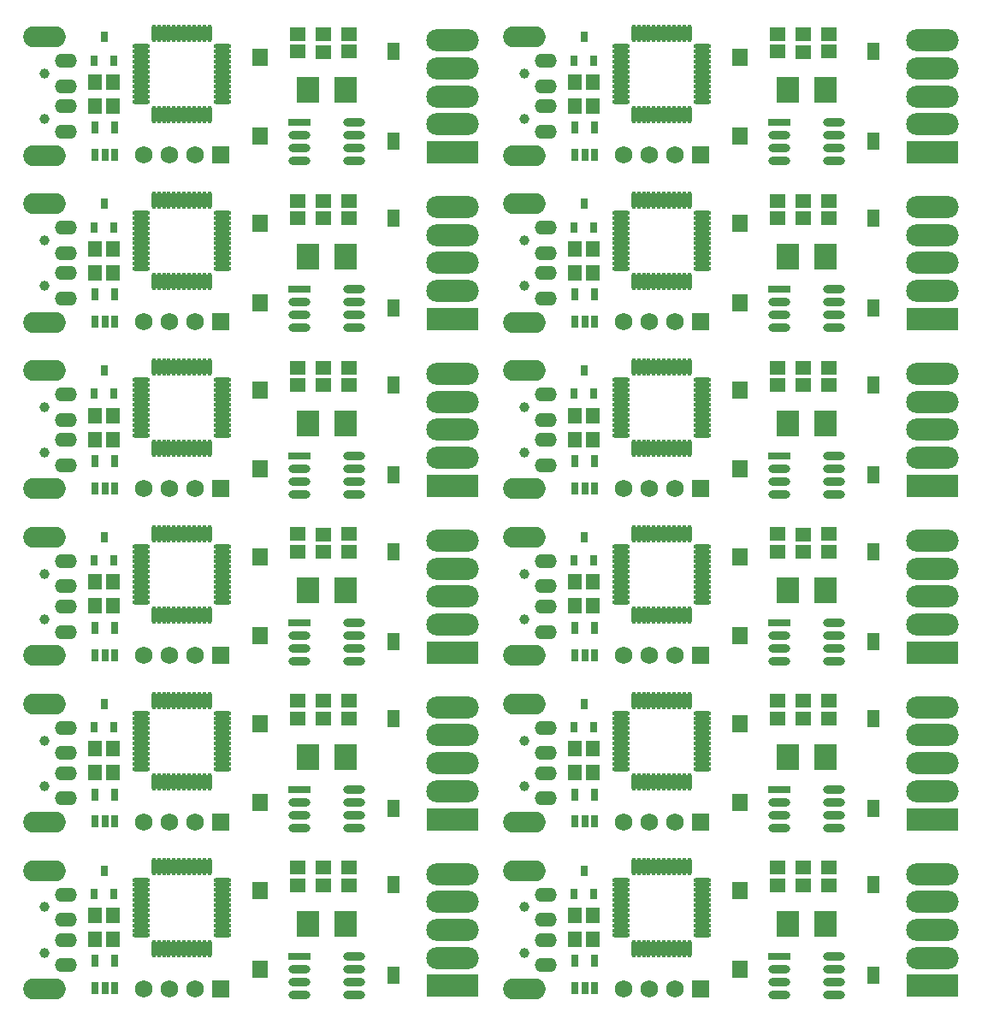
<source format=gts>
G04 Layer_Color=8388736*
%FSLAX25Y25*%
%MOIN*%
G70*
G01*
G75*
%ADD32O,0.20485X0.08674*%
%ADD33R,0.20485X0.08674*%
%ADD34R,0.08674X0.03162*%
%ADD35O,0.08674X0.03162*%
%ADD36R,0.08674X0.10249*%
%ADD37O,0.06902X0.01784*%
%ADD38O,0.01784X0.06902*%
%ADD39R,0.02768X0.04737*%
%ADD40R,0.05131X0.06706*%
%ADD41R,0.06312X0.06706*%
%ADD42R,0.03162X0.04343*%
%ADD43R,0.05328X0.06115*%
%ADD44R,0.06115X0.05328*%
%ADD45C,0.06800*%
%ADD46R,0.06800X0.06800*%
%ADD47O,0.08674X0.05524*%
%ADD48O,0.08674X0.05524*%
%ADD49O,0.16548X0.08280*%
%ADD50C,0.03950*%
D32*
X171535Y53307D02*
D03*
Y20591D02*
D03*
Y31496D02*
D03*
Y42402D02*
D03*
X358543Y53307D02*
D03*
Y20591D02*
D03*
Y31496D02*
D03*
Y42402D02*
D03*
X171535Y118268D02*
D03*
Y85551D02*
D03*
Y96457D02*
D03*
Y107362D02*
D03*
X358543Y118268D02*
D03*
Y85551D02*
D03*
Y96457D02*
D03*
Y107362D02*
D03*
X171535Y183228D02*
D03*
Y150512D02*
D03*
Y161417D02*
D03*
Y172323D02*
D03*
X358543Y183228D02*
D03*
Y150512D02*
D03*
Y161417D02*
D03*
Y172323D02*
D03*
X171535Y248189D02*
D03*
Y215472D02*
D03*
Y226378D02*
D03*
Y237283D02*
D03*
X358543Y248189D02*
D03*
Y215472D02*
D03*
Y226378D02*
D03*
Y237283D02*
D03*
X171535Y313150D02*
D03*
Y280433D02*
D03*
Y291339D02*
D03*
Y302244D02*
D03*
X358543Y313150D02*
D03*
Y280433D02*
D03*
Y291339D02*
D03*
Y302244D02*
D03*
X171535Y378110D02*
D03*
Y345394D02*
D03*
Y356299D02*
D03*
Y367205D02*
D03*
X358543Y378110D02*
D03*
Y345394D02*
D03*
Y356299D02*
D03*
Y367205D02*
D03*
D33*
X171535Y9685D02*
D03*
X358543D02*
D03*
X171535Y74646D02*
D03*
X358543D02*
D03*
X171535Y139606D02*
D03*
X358543D02*
D03*
X171535Y204567D02*
D03*
X358543D02*
D03*
X171535Y269528D02*
D03*
X358543D02*
D03*
X171535Y334488D02*
D03*
X358543D02*
D03*
D34*
X112008Y21220D02*
D03*
X299016D02*
D03*
X112008Y86181D02*
D03*
X299016D02*
D03*
X112008Y151142D02*
D03*
X299016D02*
D03*
X112008Y216102D02*
D03*
X299016D02*
D03*
X112008Y281063D02*
D03*
X299016D02*
D03*
X112008Y346024D02*
D03*
X299016D02*
D03*
D35*
X112008Y6221D02*
D03*
Y16220D02*
D03*
Y11220D02*
D03*
X133268Y16220D02*
D03*
Y6221D02*
D03*
Y21220D02*
D03*
Y11220D02*
D03*
X299016Y6221D02*
D03*
Y16220D02*
D03*
Y11220D02*
D03*
X320276Y16220D02*
D03*
Y6221D02*
D03*
Y21220D02*
D03*
Y11220D02*
D03*
X112008Y71181D02*
D03*
Y81181D02*
D03*
Y76181D02*
D03*
X133268Y81181D02*
D03*
Y71181D02*
D03*
Y86181D02*
D03*
Y76181D02*
D03*
X299016Y71181D02*
D03*
Y81181D02*
D03*
Y76181D02*
D03*
X320276Y81181D02*
D03*
Y71181D02*
D03*
Y86181D02*
D03*
Y76181D02*
D03*
X112008Y136142D02*
D03*
Y146142D02*
D03*
Y141142D02*
D03*
X133268Y146142D02*
D03*
Y136142D02*
D03*
Y151142D02*
D03*
Y141142D02*
D03*
X299016Y136142D02*
D03*
Y146142D02*
D03*
Y141142D02*
D03*
X320276Y146142D02*
D03*
Y136142D02*
D03*
Y151142D02*
D03*
Y141142D02*
D03*
X112008Y201102D02*
D03*
Y211102D02*
D03*
Y206102D02*
D03*
X133268Y211102D02*
D03*
Y201102D02*
D03*
Y216102D02*
D03*
Y206102D02*
D03*
X299016Y201102D02*
D03*
Y211102D02*
D03*
Y206102D02*
D03*
X320276Y211102D02*
D03*
Y201102D02*
D03*
Y216102D02*
D03*
Y206102D02*
D03*
X112008Y266063D02*
D03*
Y276063D02*
D03*
Y271063D02*
D03*
X133268Y276063D02*
D03*
Y266063D02*
D03*
Y281063D02*
D03*
Y271063D02*
D03*
X299016Y266063D02*
D03*
Y276063D02*
D03*
Y271063D02*
D03*
X320276Y276063D02*
D03*
Y266063D02*
D03*
Y281063D02*
D03*
Y271063D02*
D03*
X112008Y331024D02*
D03*
Y341024D02*
D03*
Y336024D02*
D03*
X133268Y341024D02*
D03*
Y331024D02*
D03*
Y346024D02*
D03*
Y336024D02*
D03*
X299016Y331024D02*
D03*
Y341024D02*
D03*
Y336024D02*
D03*
X320276Y341024D02*
D03*
Y331024D02*
D03*
Y346024D02*
D03*
Y336024D02*
D03*
D36*
X115354Y33898D02*
D03*
X129921D02*
D03*
X302362D02*
D03*
X316929D02*
D03*
X115354Y98858D02*
D03*
X129921D02*
D03*
X302362D02*
D03*
X316929D02*
D03*
X115354Y163819D02*
D03*
X129921D02*
D03*
X302362D02*
D03*
X316929D02*
D03*
X115354Y228780D02*
D03*
X129921D02*
D03*
X302362D02*
D03*
X316929D02*
D03*
X115354Y293740D02*
D03*
X129921D02*
D03*
X302362D02*
D03*
X316929D02*
D03*
X115354Y358701D02*
D03*
X129921D02*
D03*
X302362D02*
D03*
X316929D02*
D03*
D37*
X81791Y29331D02*
D03*
Y31299D02*
D03*
Y33268D02*
D03*
Y35236D02*
D03*
Y37205D02*
D03*
Y39173D02*
D03*
Y41142D02*
D03*
Y43110D02*
D03*
Y45079D02*
D03*
Y47047D02*
D03*
Y49016D02*
D03*
Y50984D02*
D03*
X50098D02*
D03*
Y49016D02*
D03*
Y47047D02*
D03*
Y45079D02*
D03*
Y43110D02*
D03*
Y41142D02*
D03*
Y39173D02*
D03*
Y37205D02*
D03*
Y35236D02*
D03*
Y33268D02*
D03*
Y31299D02*
D03*
Y29331D02*
D03*
X268799D02*
D03*
Y31299D02*
D03*
Y33268D02*
D03*
Y35236D02*
D03*
Y37205D02*
D03*
Y39173D02*
D03*
Y41142D02*
D03*
Y43110D02*
D03*
Y45079D02*
D03*
Y47047D02*
D03*
Y49016D02*
D03*
Y50984D02*
D03*
X237106D02*
D03*
Y49016D02*
D03*
Y47047D02*
D03*
Y45079D02*
D03*
Y43110D02*
D03*
Y41142D02*
D03*
Y39173D02*
D03*
Y37205D02*
D03*
Y35236D02*
D03*
Y33268D02*
D03*
Y31299D02*
D03*
Y29331D02*
D03*
X81791Y94291D02*
D03*
Y96260D02*
D03*
Y98228D02*
D03*
Y100197D02*
D03*
Y102165D02*
D03*
Y104134D02*
D03*
Y106102D02*
D03*
Y108071D02*
D03*
Y110039D02*
D03*
Y112008D02*
D03*
Y113976D02*
D03*
Y115945D02*
D03*
X50098D02*
D03*
Y113976D02*
D03*
Y112008D02*
D03*
Y110039D02*
D03*
Y108071D02*
D03*
Y106102D02*
D03*
Y104134D02*
D03*
Y102165D02*
D03*
Y100197D02*
D03*
Y98228D02*
D03*
Y96260D02*
D03*
Y94291D02*
D03*
X268799D02*
D03*
Y96260D02*
D03*
Y98228D02*
D03*
Y100197D02*
D03*
Y102165D02*
D03*
Y104134D02*
D03*
Y106102D02*
D03*
Y108071D02*
D03*
Y110039D02*
D03*
Y112008D02*
D03*
Y113976D02*
D03*
Y115945D02*
D03*
X237106D02*
D03*
Y113976D02*
D03*
Y112008D02*
D03*
Y110039D02*
D03*
Y108071D02*
D03*
Y106102D02*
D03*
Y104134D02*
D03*
Y102165D02*
D03*
Y100197D02*
D03*
Y98228D02*
D03*
Y96260D02*
D03*
Y94291D02*
D03*
X81791Y159252D02*
D03*
Y161221D02*
D03*
Y163189D02*
D03*
Y165157D02*
D03*
Y167126D02*
D03*
Y169095D02*
D03*
Y171063D02*
D03*
Y173031D02*
D03*
Y175000D02*
D03*
Y176969D02*
D03*
Y178937D02*
D03*
Y180905D02*
D03*
X50098D02*
D03*
Y178937D02*
D03*
Y176969D02*
D03*
Y175000D02*
D03*
Y173031D02*
D03*
Y171063D02*
D03*
Y169095D02*
D03*
Y167126D02*
D03*
Y165157D02*
D03*
Y163189D02*
D03*
Y161221D02*
D03*
Y159252D02*
D03*
X268799D02*
D03*
Y161221D02*
D03*
Y163189D02*
D03*
Y165157D02*
D03*
Y167126D02*
D03*
Y169095D02*
D03*
Y171063D02*
D03*
Y173031D02*
D03*
Y175000D02*
D03*
Y176969D02*
D03*
Y178937D02*
D03*
Y180905D02*
D03*
X237106D02*
D03*
Y178937D02*
D03*
Y176969D02*
D03*
Y175000D02*
D03*
Y173031D02*
D03*
Y171063D02*
D03*
Y169095D02*
D03*
Y167126D02*
D03*
Y165157D02*
D03*
Y163189D02*
D03*
Y161221D02*
D03*
Y159252D02*
D03*
X81791Y224213D02*
D03*
Y226181D02*
D03*
Y228150D02*
D03*
Y230118D02*
D03*
Y232087D02*
D03*
Y234055D02*
D03*
Y236024D02*
D03*
Y237992D02*
D03*
Y239961D02*
D03*
Y241929D02*
D03*
Y243898D02*
D03*
Y245866D02*
D03*
X50098D02*
D03*
Y243898D02*
D03*
Y241929D02*
D03*
Y239961D02*
D03*
Y237992D02*
D03*
Y236024D02*
D03*
Y234055D02*
D03*
Y232087D02*
D03*
Y230118D02*
D03*
Y228150D02*
D03*
Y226181D02*
D03*
Y224213D02*
D03*
X268799D02*
D03*
Y226181D02*
D03*
Y228150D02*
D03*
Y230118D02*
D03*
Y232087D02*
D03*
Y234055D02*
D03*
Y236024D02*
D03*
Y237992D02*
D03*
Y239961D02*
D03*
Y241929D02*
D03*
Y243898D02*
D03*
Y245866D02*
D03*
X237106D02*
D03*
Y243898D02*
D03*
Y241929D02*
D03*
Y239961D02*
D03*
Y237992D02*
D03*
Y236024D02*
D03*
Y234055D02*
D03*
Y232087D02*
D03*
Y230118D02*
D03*
Y228150D02*
D03*
Y226181D02*
D03*
Y224213D02*
D03*
X81791Y289173D02*
D03*
Y291142D02*
D03*
Y293110D02*
D03*
Y295079D02*
D03*
Y297047D02*
D03*
Y299016D02*
D03*
Y300984D02*
D03*
Y302953D02*
D03*
Y304921D02*
D03*
Y306890D02*
D03*
Y308858D02*
D03*
Y310827D02*
D03*
X50098D02*
D03*
Y308858D02*
D03*
Y306890D02*
D03*
Y304921D02*
D03*
Y302953D02*
D03*
Y300984D02*
D03*
Y299016D02*
D03*
Y297047D02*
D03*
Y295079D02*
D03*
Y293110D02*
D03*
Y291142D02*
D03*
Y289173D02*
D03*
X268799D02*
D03*
Y291142D02*
D03*
Y293110D02*
D03*
Y295079D02*
D03*
Y297047D02*
D03*
Y299016D02*
D03*
Y300984D02*
D03*
Y302953D02*
D03*
Y304921D02*
D03*
Y306890D02*
D03*
Y308858D02*
D03*
Y310827D02*
D03*
X237106D02*
D03*
Y308858D02*
D03*
Y306890D02*
D03*
Y304921D02*
D03*
Y302953D02*
D03*
Y300984D02*
D03*
Y299016D02*
D03*
Y297047D02*
D03*
Y295079D02*
D03*
Y293110D02*
D03*
Y291142D02*
D03*
Y289173D02*
D03*
X81791Y354134D02*
D03*
Y356102D02*
D03*
Y358071D02*
D03*
Y360039D02*
D03*
Y362008D02*
D03*
Y363976D02*
D03*
Y365945D02*
D03*
Y367913D02*
D03*
Y369882D02*
D03*
Y371850D02*
D03*
Y373819D02*
D03*
Y375787D02*
D03*
X50098D02*
D03*
Y373819D02*
D03*
Y371850D02*
D03*
Y369882D02*
D03*
Y367913D02*
D03*
Y365945D02*
D03*
Y363976D02*
D03*
Y362008D02*
D03*
Y360039D02*
D03*
Y358071D02*
D03*
Y356102D02*
D03*
Y354134D02*
D03*
X268799D02*
D03*
Y356102D02*
D03*
Y358071D02*
D03*
Y360039D02*
D03*
Y362008D02*
D03*
Y363976D02*
D03*
Y365945D02*
D03*
Y367913D02*
D03*
Y369882D02*
D03*
Y371850D02*
D03*
Y373819D02*
D03*
Y375787D02*
D03*
X237106D02*
D03*
Y373819D02*
D03*
Y371850D02*
D03*
Y369882D02*
D03*
Y367913D02*
D03*
Y365945D02*
D03*
Y363976D02*
D03*
Y362008D02*
D03*
Y360039D02*
D03*
Y358071D02*
D03*
Y356102D02*
D03*
Y354134D02*
D03*
D38*
X76772Y56004D02*
D03*
X74803D02*
D03*
X72835D02*
D03*
X70866D02*
D03*
X68898D02*
D03*
X66929D02*
D03*
X64961D02*
D03*
X62992D02*
D03*
X61024D02*
D03*
X59055D02*
D03*
X57087D02*
D03*
X55118D02*
D03*
Y24311D02*
D03*
X57087D02*
D03*
X59055D02*
D03*
X61024D02*
D03*
X62992D02*
D03*
X64961D02*
D03*
X66929D02*
D03*
X68898D02*
D03*
X70866D02*
D03*
X72835D02*
D03*
X74803D02*
D03*
X76772D02*
D03*
X263779Y56004D02*
D03*
X261811D02*
D03*
X259842D02*
D03*
X257874D02*
D03*
X255906D02*
D03*
X253937D02*
D03*
X251969D02*
D03*
X250000D02*
D03*
X248031D02*
D03*
X246063D02*
D03*
X244094D02*
D03*
X242126D02*
D03*
Y24311D02*
D03*
X244094D02*
D03*
X246063D02*
D03*
X248031D02*
D03*
X250000D02*
D03*
X251969D02*
D03*
X253937D02*
D03*
X255906D02*
D03*
X257874D02*
D03*
X259842D02*
D03*
X261811D02*
D03*
X263779D02*
D03*
X76772Y120965D02*
D03*
X74803D02*
D03*
X72835D02*
D03*
X70866D02*
D03*
X68898D02*
D03*
X66929D02*
D03*
X64961D02*
D03*
X62992D02*
D03*
X61024D02*
D03*
X59055D02*
D03*
X57087D02*
D03*
X55118D02*
D03*
Y89272D02*
D03*
X57087D02*
D03*
X59055D02*
D03*
X61024D02*
D03*
X62992D02*
D03*
X64961D02*
D03*
X66929D02*
D03*
X68898D02*
D03*
X70866D02*
D03*
X72835D02*
D03*
X74803D02*
D03*
X76772D02*
D03*
X263779Y120965D02*
D03*
X261811D02*
D03*
X259842D02*
D03*
X257874D02*
D03*
X255906D02*
D03*
X253937D02*
D03*
X251969D02*
D03*
X250000D02*
D03*
X248031D02*
D03*
X246063D02*
D03*
X244094D02*
D03*
X242126D02*
D03*
Y89272D02*
D03*
X244094D02*
D03*
X246063D02*
D03*
X248031D02*
D03*
X250000D02*
D03*
X251969D02*
D03*
X253937D02*
D03*
X255906D02*
D03*
X257874D02*
D03*
X259842D02*
D03*
X261811D02*
D03*
X263779D02*
D03*
X76772Y185925D02*
D03*
X74803D02*
D03*
X72835D02*
D03*
X70866D02*
D03*
X68898D02*
D03*
X66929D02*
D03*
X64961D02*
D03*
X62992D02*
D03*
X61024D02*
D03*
X59055D02*
D03*
X57087D02*
D03*
X55118D02*
D03*
Y154232D02*
D03*
X57087D02*
D03*
X59055D02*
D03*
X61024D02*
D03*
X62992D02*
D03*
X64961D02*
D03*
X66929D02*
D03*
X68898D02*
D03*
X70866D02*
D03*
X72835D02*
D03*
X74803D02*
D03*
X76772D02*
D03*
X263779Y185925D02*
D03*
X261811D02*
D03*
X259842D02*
D03*
X257874D02*
D03*
X255906D02*
D03*
X253937D02*
D03*
X251969D02*
D03*
X250000D02*
D03*
X248031D02*
D03*
X246063D02*
D03*
X244094D02*
D03*
X242126D02*
D03*
Y154232D02*
D03*
X244094D02*
D03*
X246063D02*
D03*
X248031D02*
D03*
X250000D02*
D03*
X251969D02*
D03*
X253937D02*
D03*
X255906D02*
D03*
X257874D02*
D03*
X259842D02*
D03*
X261811D02*
D03*
X263779D02*
D03*
X76772Y250886D02*
D03*
X74803D02*
D03*
X72835D02*
D03*
X70866D02*
D03*
X68898D02*
D03*
X66929D02*
D03*
X64961D02*
D03*
X62992D02*
D03*
X61024D02*
D03*
X59055D02*
D03*
X57087D02*
D03*
X55118D02*
D03*
Y219193D02*
D03*
X57087D02*
D03*
X59055D02*
D03*
X61024D02*
D03*
X62992D02*
D03*
X64961D02*
D03*
X66929D02*
D03*
X68898D02*
D03*
X70866D02*
D03*
X72835D02*
D03*
X74803D02*
D03*
X76772D02*
D03*
X263779Y250886D02*
D03*
X261811D02*
D03*
X259842D02*
D03*
X257874D02*
D03*
X255906D02*
D03*
X253937D02*
D03*
X251969D02*
D03*
X250000D02*
D03*
X248031D02*
D03*
X246063D02*
D03*
X244094D02*
D03*
X242126D02*
D03*
Y219193D02*
D03*
X244094D02*
D03*
X246063D02*
D03*
X248031D02*
D03*
X250000D02*
D03*
X251969D02*
D03*
X253937D02*
D03*
X255906D02*
D03*
X257874D02*
D03*
X259842D02*
D03*
X261811D02*
D03*
X263779D02*
D03*
X76772Y315846D02*
D03*
X74803D02*
D03*
X72835D02*
D03*
X70866D02*
D03*
X68898D02*
D03*
X66929D02*
D03*
X64961D02*
D03*
X62992D02*
D03*
X61024D02*
D03*
X59055D02*
D03*
X57087D02*
D03*
X55118D02*
D03*
Y284154D02*
D03*
X57087D02*
D03*
X59055D02*
D03*
X61024D02*
D03*
X62992D02*
D03*
X64961D02*
D03*
X66929D02*
D03*
X68898D02*
D03*
X70866D02*
D03*
X72835D02*
D03*
X74803D02*
D03*
X76772D02*
D03*
X263779Y315846D02*
D03*
X261811D02*
D03*
X259842D02*
D03*
X257874D02*
D03*
X255906D02*
D03*
X253937D02*
D03*
X251969D02*
D03*
X250000D02*
D03*
X248031D02*
D03*
X246063D02*
D03*
X244094D02*
D03*
X242126D02*
D03*
Y284154D02*
D03*
X244094D02*
D03*
X246063D02*
D03*
X248031D02*
D03*
X250000D02*
D03*
X251969D02*
D03*
X253937D02*
D03*
X255906D02*
D03*
X257874D02*
D03*
X259842D02*
D03*
X261811D02*
D03*
X263779D02*
D03*
X76772Y380807D02*
D03*
X74803D02*
D03*
X72835D02*
D03*
X70866D02*
D03*
X68898D02*
D03*
X66929D02*
D03*
X64961D02*
D03*
X62992D02*
D03*
X61024D02*
D03*
X59055D02*
D03*
X57087D02*
D03*
X55118D02*
D03*
Y349114D02*
D03*
X57087D02*
D03*
X59055D02*
D03*
X61024D02*
D03*
X62992D02*
D03*
X64961D02*
D03*
X66929D02*
D03*
X68898D02*
D03*
X70866D02*
D03*
X72835D02*
D03*
X74803D02*
D03*
X76772D02*
D03*
X263779Y380807D02*
D03*
X261811D02*
D03*
X259842D02*
D03*
X257874D02*
D03*
X255906D02*
D03*
X253937D02*
D03*
X251969D02*
D03*
X250000D02*
D03*
X248031D02*
D03*
X246063D02*
D03*
X244094D02*
D03*
X242126D02*
D03*
Y349114D02*
D03*
X244094D02*
D03*
X246063D02*
D03*
X248031D02*
D03*
X250000D02*
D03*
X251969D02*
D03*
X253937D02*
D03*
X255906D02*
D03*
X257874D02*
D03*
X259842D02*
D03*
X261811D02*
D03*
X263779D02*
D03*
D39*
X32342Y19331D02*
D03*
X39823D02*
D03*
Y8701D02*
D03*
X36083D02*
D03*
X32342D02*
D03*
X219350Y19331D02*
D03*
X226831D02*
D03*
Y8701D02*
D03*
X223091D02*
D03*
X219350D02*
D03*
X32342Y84291D02*
D03*
X39823D02*
D03*
Y73661D02*
D03*
X36083D02*
D03*
X32342D02*
D03*
X219350Y84291D02*
D03*
X226831D02*
D03*
Y73661D02*
D03*
X223091D02*
D03*
X219350D02*
D03*
X32342Y149252D02*
D03*
X39823D02*
D03*
Y138622D02*
D03*
X36083D02*
D03*
X32342D02*
D03*
X219350Y149252D02*
D03*
X226831D02*
D03*
Y138622D02*
D03*
X223091D02*
D03*
X219350D02*
D03*
X32342Y214213D02*
D03*
X39823D02*
D03*
Y203583D02*
D03*
X36083D02*
D03*
X32342D02*
D03*
X219350Y214213D02*
D03*
X226831D02*
D03*
Y203583D02*
D03*
X223091D02*
D03*
X219350D02*
D03*
X32342Y279173D02*
D03*
X39823D02*
D03*
Y268543D02*
D03*
X36083D02*
D03*
X32342D02*
D03*
X219350Y279173D02*
D03*
X226831D02*
D03*
Y268543D02*
D03*
X223091D02*
D03*
X219350D02*
D03*
X32342Y344134D02*
D03*
X39823D02*
D03*
Y333504D02*
D03*
X36083D02*
D03*
X32342D02*
D03*
X219350Y344134D02*
D03*
X226831D02*
D03*
Y333504D02*
D03*
X223091D02*
D03*
X219350D02*
D03*
D40*
X148622Y49016D02*
D03*
Y13976D02*
D03*
X335630Y49016D02*
D03*
Y13976D02*
D03*
X148622Y113976D02*
D03*
Y78937D02*
D03*
X335630Y113976D02*
D03*
Y78937D02*
D03*
X148622Y178937D02*
D03*
Y143898D02*
D03*
X335630Y178937D02*
D03*
Y143898D02*
D03*
X148622Y243898D02*
D03*
Y208858D02*
D03*
X335630Y243898D02*
D03*
Y208858D02*
D03*
X148622Y308858D02*
D03*
Y273819D02*
D03*
X335630Y308858D02*
D03*
Y273819D02*
D03*
X148622Y373819D02*
D03*
Y338779D02*
D03*
X335630Y373819D02*
D03*
Y338779D02*
D03*
D41*
X96457Y46850D02*
D03*
Y16142D02*
D03*
X283465Y46850D02*
D03*
Y16142D02*
D03*
X96457Y111811D02*
D03*
Y81102D02*
D03*
X283465Y111811D02*
D03*
Y81102D02*
D03*
X96457Y176772D02*
D03*
Y146063D02*
D03*
X283465Y176772D02*
D03*
Y146063D02*
D03*
X96457Y241732D02*
D03*
Y211024D02*
D03*
X283465Y241732D02*
D03*
Y211024D02*
D03*
X96457Y306693D02*
D03*
Y275984D02*
D03*
X283465Y306693D02*
D03*
Y275984D02*
D03*
X96457Y371654D02*
D03*
Y340945D02*
D03*
X283465Y371654D02*
D03*
Y340945D02*
D03*
D42*
X31998Y45472D02*
D03*
X39478D02*
D03*
X35738Y54527D02*
D03*
X219006Y45472D02*
D03*
X226486D02*
D03*
X222746Y54527D02*
D03*
X31998Y110433D02*
D03*
X39478D02*
D03*
X35738Y119488D02*
D03*
X219006Y110433D02*
D03*
X226486D02*
D03*
X222746Y119488D02*
D03*
X31998Y175394D02*
D03*
X39478D02*
D03*
X35738Y184449D02*
D03*
X219006Y175394D02*
D03*
X226486D02*
D03*
X222746Y184449D02*
D03*
X31998Y240354D02*
D03*
X39478D02*
D03*
X35738Y249409D02*
D03*
X219006Y240354D02*
D03*
X226486D02*
D03*
X222746Y249409D02*
D03*
X31998Y305315D02*
D03*
X39478D02*
D03*
X35738Y314370D02*
D03*
X219006Y305315D02*
D03*
X226486D02*
D03*
X222746Y314370D02*
D03*
X31998Y370276D02*
D03*
X39478D02*
D03*
X35738Y379331D02*
D03*
X219006Y370276D02*
D03*
X226486D02*
D03*
X222746Y379331D02*
D03*
D43*
X39183Y27756D02*
D03*
X32293D02*
D03*
X39183Y37106D02*
D03*
X32293D02*
D03*
X226191Y27756D02*
D03*
X219301D02*
D03*
X226191Y37106D02*
D03*
X219301D02*
D03*
X39183Y92716D02*
D03*
X32293D02*
D03*
X39183Y102067D02*
D03*
X32293D02*
D03*
X226191Y92716D02*
D03*
X219301D02*
D03*
X226191Y102067D02*
D03*
X219301D02*
D03*
X39183Y157677D02*
D03*
X32293D02*
D03*
X39183Y167027D02*
D03*
X32293D02*
D03*
X226191Y157677D02*
D03*
X219301D02*
D03*
X226191Y167027D02*
D03*
X219301D02*
D03*
X39183Y222638D02*
D03*
X32293D02*
D03*
X39183Y231988D02*
D03*
X32293D02*
D03*
X226191Y222638D02*
D03*
X219301D02*
D03*
X226191Y231988D02*
D03*
X219301D02*
D03*
X39183Y287598D02*
D03*
X32293D02*
D03*
X39183Y296949D02*
D03*
X32293D02*
D03*
X226191Y287598D02*
D03*
X219301D02*
D03*
X226191Y296949D02*
D03*
X219301D02*
D03*
X39183Y352559D02*
D03*
X32293D02*
D03*
X39183Y361909D02*
D03*
X32293D02*
D03*
X226191Y352559D02*
D03*
X219301D02*
D03*
X226191Y361909D02*
D03*
X219301D02*
D03*
D44*
X131063Y55768D02*
D03*
Y48878D02*
D03*
X111299Y55768D02*
D03*
Y48878D02*
D03*
X121142Y55728D02*
D03*
Y48839D02*
D03*
X318071Y55768D02*
D03*
Y48878D02*
D03*
X298307Y55768D02*
D03*
Y48878D02*
D03*
X308150Y55728D02*
D03*
Y48839D02*
D03*
X131063Y120728D02*
D03*
Y113839D02*
D03*
X111299Y120728D02*
D03*
Y113839D02*
D03*
X121142Y120689D02*
D03*
Y113799D02*
D03*
X318071Y120728D02*
D03*
Y113839D02*
D03*
X298307Y120728D02*
D03*
Y113839D02*
D03*
X308150Y120689D02*
D03*
Y113799D02*
D03*
X131063Y185689D02*
D03*
Y178799D02*
D03*
X111299Y185689D02*
D03*
Y178799D02*
D03*
X121142Y185650D02*
D03*
Y178760D02*
D03*
X318071Y185689D02*
D03*
Y178799D02*
D03*
X298307Y185689D02*
D03*
Y178799D02*
D03*
X308150Y185650D02*
D03*
Y178760D02*
D03*
X131063Y250650D02*
D03*
Y243760D02*
D03*
X111299Y250650D02*
D03*
Y243760D02*
D03*
X121142Y250610D02*
D03*
Y243721D02*
D03*
X318071Y250650D02*
D03*
Y243760D02*
D03*
X298307Y250650D02*
D03*
Y243760D02*
D03*
X308150Y250610D02*
D03*
Y243721D02*
D03*
X131063Y315610D02*
D03*
Y308720D02*
D03*
X111299Y315610D02*
D03*
Y308720D02*
D03*
X121142Y315571D02*
D03*
Y308681D02*
D03*
X318071Y315610D02*
D03*
Y308720D02*
D03*
X298307Y315610D02*
D03*
Y308720D02*
D03*
X308150Y315571D02*
D03*
Y308681D02*
D03*
X131063Y380571D02*
D03*
Y373681D02*
D03*
X111299Y380571D02*
D03*
Y373681D02*
D03*
X121142Y380532D02*
D03*
Y373642D02*
D03*
X318071Y380571D02*
D03*
Y373681D02*
D03*
X298307Y380571D02*
D03*
Y373681D02*
D03*
X308150Y380532D02*
D03*
Y373642D02*
D03*
D45*
X51142Y8543D02*
D03*
X71142D02*
D03*
X61142D02*
D03*
X238150D02*
D03*
X258150D02*
D03*
X248150D02*
D03*
X51142Y73504D02*
D03*
X71142D02*
D03*
X61142D02*
D03*
X238150D02*
D03*
X258150D02*
D03*
X248150D02*
D03*
X51142Y138465D02*
D03*
X71142D02*
D03*
X61142D02*
D03*
X238150D02*
D03*
X258150D02*
D03*
X248150D02*
D03*
X51142Y203425D02*
D03*
X71142D02*
D03*
X61142D02*
D03*
X238150D02*
D03*
X258150D02*
D03*
X248150D02*
D03*
X51142Y268386D02*
D03*
X71142D02*
D03*
X61142D02*
D03*
X238150D02*
D03*
X258150D02*
D03*
X248150D02*
D03*
X51142Y333347D02*
D03*
X71142D02*
D03*
X61142D02*
D03*
X238150D02*
D03*
X258150D02*
D03*
X248150D02*
D03*
D46*
X81142Y8543D02*
D03*
X268150D02*
D03*
X81142Y73504D02*
D03*
X268150D02*
D03*
X81142Y138465D02*
D03*
X268150D02*
D03*
X81142Y203425D02*
D03*
X268150D02*
D03*
X81142Y268386D02*
D03*
X268150D02*
D03*
X81142Y333347D02*
D03*
X268150D02*
D03*
D47*
X20866Y45276D02*
D03*
Y17717D02*
D03*
X207874Y45276D02*
D03*
Y17717D02*
D03*
X20866Y110236D02*
D03*
Y82677D02*
D03*
X207874Y110236D02*
D03*
Y82677D02*
D03*
X20866Y175197D02*
D03*
Y147638D02*
D03*
X207874Y175197D02*
D03*
Y147638D02*
D03*
X20866Y240158D02*
D03*
Y212598D02*
D03*
X207874Y240158D02*
D03*
Y212598D02*
D03*
X20866Y305118D02*
D03*
Y277559D02*
D03*
X207874Y305118D02*
D03*
Y277559D02*
D03*
X20866Y370079D02*
D03*
Y342520D02*
D03*
X207874Y370079D02*
D03*
Y342520D02*
D03*
D48*
X20866Y35433D02*
D03*
Y27559D02*
D03*
X207874Y35433D02*
D03*
Y27559D02*
D03*
X20866Y100394D02*
D03*
Y92520D02*
D03*
X207874Y100394D02*
D03*
Y92520D02*
D03*
X20866Y165354D02*
D03*
Y157480D02*
D03*
X207874Y165354D02*
D03*
Y157480D02*
D03*
X20866Y230315D02*
D03*
Y222441D02*
D03*
X207874Y230315D02*
D03*
Y222441D02*
D03*
X20866Y295276D02*
D03*
Y287402D02*
D03*
X207874Y295276D02*
D03*
Y287402D02*
D03*
X20866Y360236D02*
D03*
Y352362D02*
D03*
X207874Y360236D02*
D03*
Y352362D02*
D03*
D49*
X12598Y54528D02*
D03*
Y8465D02*
D03*
X199606Y54528D02*
D03*
Y8465D02*
D03*
X12598Y119488D02*
D03*
Y73425D02*
D03*
X199606Y119488D02*
D03*
Y73425D02*
D03*
X12598Y184449D02*
D03*
Y138386D02*
D03*
X199606Y184449D02*
D03*
Y138386D02*
D03*
X12598Y249410D02*
D03*
Y203346D02*
D03*
X199606Y249410D02*
D03*
Y203346D02*
D03*
X12598Y314370D02*
D03*
Y268307D02*
D03*
X199606Y314370D02*
D03*
Y268307D02*
D03*
X12598Y379331D02*
D03*
Y333268D02*
D03*
X199606Y379331D02*
D03*
Y333268D02*
D03*
D50*
X12598Y40354D02*
D03*
Y22638D02*
D03*
X199606Y40354D02*
D03*
Y22638D02*
D03*
X12598Y105315D02*
D03*
Y87598D02*
D03*
X199606Y105315D02*
D03*
Y87598D02*
D03*
X12598Y170276D02*
D03*
Y152559D02*
D03*
X199606Y170276D02*
D03*
Y152559D02*
D03*
X12598Y235236D02*
D03*
Y217520D02*
D03*
X199606Y235236D02*
D03*
Y217520D02*
D03*
X12598Y300197D02*
D03*
Y282480D02*
D03*
X199606Y300197D02*
D03*
Y282480D02*
D03*
X12598Y365158D02*
D03*
Y347441D02*
D03*
X199606Y365158D02*
D03*
Y347441D02*
D03*
M02*

</source>
